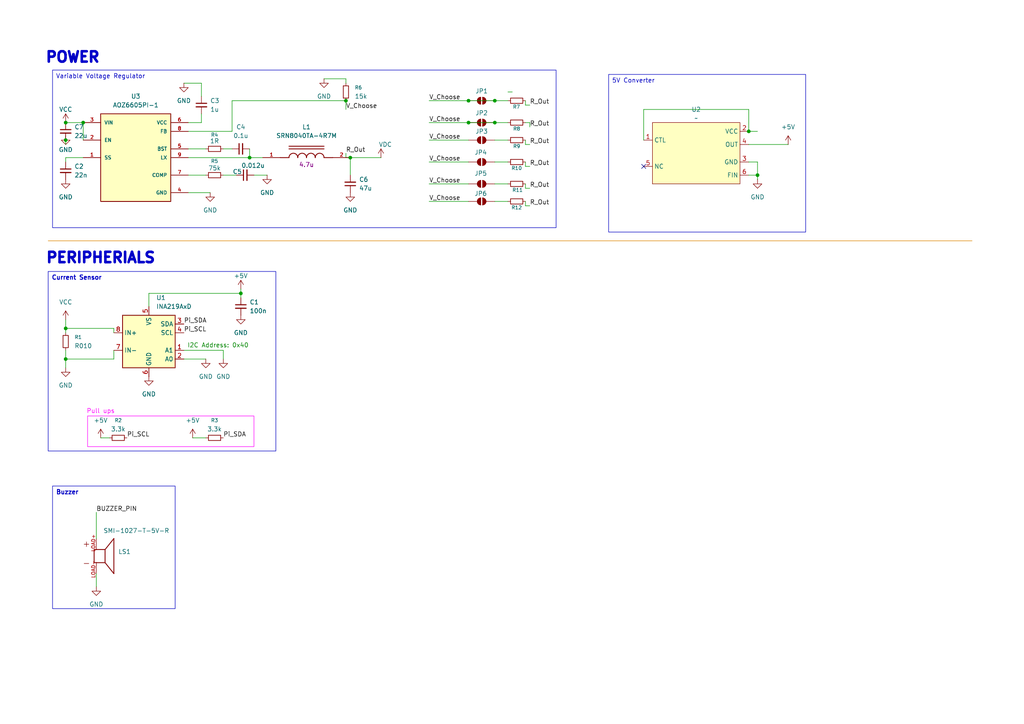
<source format=kicad_sch>
(kicad_sch (version 20250114) (generator "eeschema") (generator_version "9.0")
  (paper "A4")
  (title_block (title "Pi Hat") (date "2025-11-10") (rev "0.1.0") (comment 1 "Made by Harshil M, Seth O"))
  (lib_symbols
    (symbol "Device:C_Small" (pin_numbers (hide yes)) (pin_names (offset 0.254) (hide yes))
      (property "Reference" "C" (at 0.254 1.778 0))
      (property "Value" "C_Small" (at 0.254 -2.032 0))
      (symbol "C_Small_0_1"
        (polyline (pts (xy -1.524 0.508) (xy 1.524 0.508)) (stroke (width 0.3048)))
        (polyline (pts (xy -1.524 -0.508) (xy 1.524 -0.508)) (stroke (width 0.3302)))
      )
      (symbol "C_Small_1_1"
        (pin passive line (at 0 2.54 270) (length 2.032) (name "~") (number "1"))
        (pin passive line (at 0 -2.54 90) (length 2.032) (name "~") (number "2"))
      )
    )
    (symbol "Device:R_Small" (pin_numbers (hide yes)) (pin_names (offset 0.254) (hide yes))
      (property "Reference" "R" (at 0 0 90))
      (property "Value" "R_Small" (at 1.778 0 90))
      (symbol "R_Small_0_1"
        (rectangle (start -0.762 1.778) (end 0.762 -1.778) (stroke (width 0.2032)))
      )
      (symbol "R_Small_1_1"
        (pin passive line (at 0 2.54 270) (length 0.762) (name "~") (number "1"))
        (pin passive line (at 0 -2.54 90) (length 0.762) (name "~") (number "2"))
      )
    )
    (symbol "Jumper:SolderJumper_2_Open" (pin_numbers (hide yes)) (pin_names (offset 0) (hide yes)) (in_bom no)
      (property "Reference" "JP" (at 0 2.032 0))
      (property "Value" "SolderJumper_2_Open" (at 0 -2.54 0))
      (symbol "SolderJumper_2_Open_0_1"
        (polyline (pts (xy -0.254 1.016) (xy -0.254 -1.016)))
        (arc (start -0.254 -1.016) (mid -1.2656 0) (end -0.254 1.016))
        (arc (start -0.254 -1.016) (mid -1.2656 0) (end -0.254 1.016) (fill (type outline)))
        (arc (start 0.254 1.016) (mid 1.2656 0) (end 0.254 -1.016))
        (arc (start 0.254 1.016) (mid 1.2656 0) (end 0.254 -1.016) (fill (type outline)))
        (polyline (pts (xy 0.254 1.016) (xy 0.254 -1.016)))
      )
      (symbol "SolderJumper_2_Open_1_1"
        (pin passive line (at -3.81 0 0) (length 2.54) (name "A") (number "1"))
        (pin passive line (at 3.81 0 180) (length 2.54) (name "B") (number "2"))
      )
    )
    (symbol "PiHatComponents:AOZ6605PI-1" (pin_names (offset 1.016))
      (property "Reference" "U" (at -10.16 13.335 0))
      (property "Value" "AOZ6605PI-1" (at -10.16 -15.24 0))
      (symbol "AOZ6605PI-1_0_0"
        (rectangle (start -10.16 -12.7) (end 10.16 12.7) (stroke (width 0.254)) (fill (type background)))
        (pin input line (at -15.24 10.16 0) (length 5.08) (name "VIN") (number "3"))
        (pin input line (at -15.24 5.08 0) (length 5.08) (name "EN") (number "2"))
        (pin input line (at -15.24 0 0) (length 5.08) (name "SS") (number "1"))
        (pin output line (at 15.24 10.16 180) (length 5.08) (name "VCC") (number "6"))
        (pin input line (at 15.24 7.62 180) (length 5.08) (name "FB") (number "8"))
        (pin passive line (at 15.24 2.54 180) (length 5.08) (name "BST") (number "5"))
        (pin passive line (at 15.24 0 180) (length 5.08) (name "LX") (number "9"))
        (pin output line (at 15.24 -5.08 180) (length 5.08) (name "COMP") (number "7"))
        (pin power_in line (at 15.24 -10.16 180) (length 5.08) (name "GND") (number "4"))
      )
    )
    (symbol "PiHatComponents:BA50DD0WHFP-TR-HRP-5"
      (property "Reference" "U2" (at 0 12.7 0))
      (property "Value" "~" (at 0 10.16 0))
      (symbol "BA50DD0WHFP-TR-HRP-5_1_1"
        (rectangle (start -12.7 8.89) (end 12.7 -8.89) (fill (type background)))
        (pin input line (at -15.24 3.81 0) (length 2.54) (name "CTL") (number "1"))
        (pin input line (at -15.24 -3.81 0) (length 2.54) (name "NC") (number "5"))
        (pin input line (at 15.24 6.35 180) (length 2.54) (name "VCC") (number "2"))
        (pin input line (at 15.24 2.54 180) (length 2.54) (name "OUT") (number "4"))
        (pin input line (at 15.24 -2.54 180) (length 2.54) (name "GND") (number "3"))
        (pin input line (at 15.24 -6.35 180) (length 2.54) (name "FIN") (number "6"))
      )
    )
    (symbol "PiHatComponents:SMI-1027-T-5V-R" (pin_names (offset 1.016))
      (property "Reference" "LS" (at -1.27 6.35 0))
      (property "Value" "SMI-1027-T-5V-R" (at 0.762 -8.89 0))
      (symbol "SMI-1027-T-5V-R_0_0"
        (polyline (pts (xy -3.175 1.905) (xy -3.175 -1.905)) (stroke (width 0.254)))
        (polyline (pts (xy -3.175 1.905) (xy -2.54 1.905)) (stroke (width 0.254)))
        (polyline (pts (xy -3.175 -1.905) (xy -2.54 -1.905)) (stroke (width 0.254)))
        (polyline (pts (xy -2.54 2.54) (xy -2.54 1.905)) (stroke (width 0.1524)))
        (polyline (pts (xy -2.54 1.905) (xy 0 1.905)) (stroke (width 0.254)))
        (polyline (pts (xy -2.54 -1.905) (xy 0 -1.905)) (stroke (width 0.254)))
        (polyline (pts (xy -2.54 -2.54) (xy -2.54 -1.905)) (stroke (width 0.1524)))
        (polyline (pts (xy 0 1.905) (xy 2.54 5.08)) (stroke (width 0.254)))
        (polyline (pts (xy 0 -1.905) (xy 0 1.905)) (stroke (width 0.254)))
        (polyline (pts (xy 0 -1.905) (xy 2.54 -5.08)) (stroke (width 0.254)))
        (polyline (pts (xy 2.54 -5.08) (xy 2.54 5.08)) (stroke (width 0.254)))
        (text "+" (at -6.604 2.54 0) (effects (font (size 1.778 1.778)) (justify left bottom)))
        (text "-" (at -6.604 -3.048 0) (effects (font (size 1.778 1.778)) (justify left bottom)))
        (pin passive line (at -2.54 5.08 270) (length 2.54) (name "~") (number "LOAD+"))
        (pin passive line (at -2.54 -5.08 90) (length 2.54) (name "~") (number "LOAD-"))
      )
    )
    (symbol "PiHatComponents:SRN8040TA-4R7M" (pin_names (offset 1.016))
      (property "Reference" "L" (at -5.08 5.08 0))
      (property "Value" "SRN8040TA-4R7M" (at -5.08 -2.54 0))
      (symbol "SRN8040TA-4R7M_0_0"
        (polyline (pts (xy -5.08 3.302) (xy 5.08 3.302)) (stroke (width 0.254)))
        (polyline (pts (xy -5.08 2.54) (xy 5.08 2.54)) (stroke (width 0.254)))
        (polyline (pts (xy -5.08 0) (xy -7.62 0)) (stroke (width 0.254)))
        (arc (start -5.08 0) (mid -3.81 1.2645) (end -2.54 0) (stroke (width 0.254)))
        (arc (start -2.54 0) (mid -1.27 1.2645) (end 0 0) (stroke (width 0.254)))
        (arc (start 0 0) (mid 1.27 1.2645) (end 2.54 0) (stroke (width 0.254)))
        (arc (start 2.54 0) (mid 3.81 1.2645) (end 5.08 0) (stroke (width 0.254)))
        (polyline (pts (xy 5.08 0) (xy 7.62 0)) (stroke (width 0.254)))
        (pin passive line (at -12.7 0 0) (length 5.08) (name "~") (number "1"))
        (pin passive line (at 12.7 0 180) (length 5.08) (name "~") (number "2"))
      )
    )
    (symbol "Sensor_Energy:INA219AxD"
      (property "Reference" "U" (at -6.35 8.89 0))
      (property "Value" "INA219AxD" (at 5.08 8.89 0))
      (symbol "INA219AxD_0_1"
        (rectangle (start -7.62 7.62) (end 7.62 -7.62) (stroke (width 0.254)) (fill (type background)))
      )
      (symbol "INA219AxD_1_1"
        (pin input line (at -10.16 2.54 0) (length 2.54) (name "IN+") (number "8"))
        (pin input line (at -10.16 -2.54 0) (length 2.54) (name "IN-") (number "7"))
        (pin power_in line (at 0 10.16 270) (length 2.54) (name "VS") (number "5"))
        (pin power_in line (at 0 -10.16 90) (length 2.54) (name "GND") (number "6"))
        (pin bidirectional line (at 10.16 5.08 180) (length 2.54) (name "SDA") (number "3"))
        (pin input line (at 10.16 2.54 180) (length 2.54) (name "SCL") (number "4"))
        (pin input line (at 10.16 -2.54 180) (length 2.54) (name "A1") (number "1"))
        (pin input line (at 10.16 -5.08 180) (length 2.54) (name "A0") (number "2"))
      )
    )
    (symbol "power:+5V" (power) (pin_numbers (hide yes)) (pin_names (offset 0) (hide yes))
      (property "Value" "+5V" (at 0 3.556 0))
      (symbol "+5V_0_1"
        (polyline (pts (xy -0.762 1.27) (xy 0 2.54)))
        (polyline (pts (xy 0 2.54) (xy 0.762 1.27)))
        (polyline (pts (xy 0 0) (xy 0 2.54)))
      )
      (symbol "+5V_1_1"
        (pin power_in line (at 0 0 90) (length 0) (name "~") (number "1"))
      )
    )
    (symbol "power:GND" (power) (pin_numbers (hide yes)) (pin_names (offset 0) (hide yes))
      (property "Value" "GND" (at 0 -3.81 0))
      (symbol "GND_0_1"
        (polyline (pts (xy 0 0) (xy 0 -1.27) (xy 1.27 -1.27) (xy 0 -2.54) (xy -1.27 -1.27) (xy 0 -1.27)))
      )
      (symbol "GND_1_1"
        (pin power_in line (at 0 0 270) (length 0) (name "~") (number "1"))
      )
    )
    (symbol "power:VCC" (power) (pin_numbers (hide yes)) (pin_names (offset 0) (hide yes))
      (property "Value" "VCC" (at 0 3.556 0))
      (symbol "VCC_0_1"
        (polyline (pts (xy -0.762 1.27) (xy 0 2.54)))
        (polyline (pts (xy 0 2.54) (xy 0.762 1.27)))
        (polyline (pts (xy 0 0) (xy 0 2.54)))
      )
      (symbol "VCC_1_1"
        (pin power_in line (at 0 0 90) (length 0) (name "~") (number "1"))
      )
    )
    (symbol "power:VDC" (power) (pin_numbers (hide yes)) (pin_names (offset 0) (hide yes))
      (property "Value" "VDC" (at 0 3.556 0))
      (symbol "VDC_0_1"
        (polyline (pts (xy -0.762 1.27) (xy 0 2.54)))
        (polyline (pts (xy 0 2.54) (xy 0.762 1.27)))
        (polyline (pts (xy 0 0) (xy 0 2.54)))
      )
      (symbol "VDC_1_1"
        (pin power_in line (at 0 0 90) (length 0) (name "~") (number "1"))
      )
    )
  )
  (rectangle (start 25.4 120.65) (end 73.66 129.54) (stroke (width 0) (color 255 0 255 1)))
  (text "PERIPHERIALS" (at 29.21 74.93 0) (effects (font (size 3 3) (thickness 0.8) (bold yes))))
  (text "POWER" (at 21.082 16.764 0) (effects (font (size 3 3) (thickness 0.8) (bold yes))))
  (text "I2C Address: 0x40" (at 63.246 100.33 0) (effects (font (size 1.27 1.27))))
  (text "Pull ups" (at 29.21 119.38 0) (effects (font (size 1.27 1.27))))
  (text_box "5V Converter" (at 176.53 21.59 0) (size 57.15 45.72) (margins 0.9525 0.9525 0.9525 0.9525) (effects (font (size 1.27 1.27)) (justify left top)))
  (text_box "Current Sensor" (at 13.97 78.74 0) (size 66.04 52.07) (margins 0.9525 0.9525 0.9525 0.9525) (effects (font (size 1.27 1.27) (thickness 0.254) (bold yes)) (justify left top)))
  (text_box "Buzzer" (at 15.24 140.97 0) (size 35.56 35.56) (margins 0.9525 0.9525 0.9525 0.9525) (effects (font (size 1.27 1.27) (thickness 0.254) (bold yes)) (justify left top)))
  (text_box "Variable Voltage Regulator" (at 15.24 20.32 0) (size 146.05 45.72) (margins 0.9525 0.9525 0.9525 0.9525) (effects (font (size 1.27 1.27) (thickness 0.1588)) (justify left top)))
  (junction (at 19.05 95.25))
  (junction (at 143.51 35.56))
  (junction (at 135.89 35.56))
  (junction (at 100.33 29.21))
  (junction (at 19.05 40.64))
  (junction (at 19.05 35.56))
  (junction (at 217.17 38.1))
  (junction (at 219.71 50.8))
  (junction (at 69.85 85.09))
  (junction (at 143.51 29.21))
  (junction (at 19.05 104.14))
  (junction (at 135.89 29.21))
  (junction (at 24.13 35.56))
  (junction (at 101.6 45.72))
  (junction (at 72.39 45.72))
  (no_connect (at 186.69 48.26))
  (wire (pts (xy 124.46 35.56) (xy 135.89 35.56)))
  (wire (pts (xy 153.67 41.91) (xy 152.4 41.91)))
  (wire (pts (xy 67.31 38.1) (xy 67.31 29.21)))
  (wire (pts (xy 153.67 54.61) (xy 152.4 54.61)))
  (wire (pts (xy 24.13 45.72) (xy 19.05 45.72)))
  (wire (pts (xy 27.94 170.18) (xy 27.94 166.37)))
  (wire (pts (xy 19.05 35.56) (xy 24.13 35.56)))
  (wire (pts (xy 69.85 83.82) (xy 69.85 85.09)))
  (wire (pts (xy 101.6 45.72) (xy 101.6 50.8)))
  (wire (pts (xy 19.05 104.14) (xy 19.05 101.6)))
  (wire (pts (xy 186.69 40.64) (xy 186.69 31.75)))
  (wire (pts (xy 143.51 35.56) (xy 147.32 35.56)))
  (wire (pts (xy 124.46 46.99) (xy 135.89 46.99)))
  (wire (pts (xy 147.32 53.34) (xy 143.51 53.34)))
  (wire (pts (xy 19.05 45.72) (xy 19.05 46.99)))
  (wire (pts (xy 19.05 95.25) (xy 19.05 96.52)))
  (wire (pts (xy 186.69 31.75) (xy 217.17 31.75)))
  (wire (pts (xy 64.77 104.14) (xy 64.77 101.6)))
  (wire (pts (xy 153.67 30.48) (xy 152.4 30.48)))
  (wire (pts (xy 152.4 48.26) (xy 152.4 46.99)))
  (wire (pts (xy 147.32 46.99) (xy 143.51 46.99)))
  (wire (pts (xy 67.31 29.21) (xy 100.33 29.21)))
  (wire (pts (xy 124.46 58.42) (xy 135.89 58.42)))
  (polyline (pts (xy 13.97 69.85) (xy 281.94 69.85)) (stroke (width 0) (type solid) (color 221 133 0 1)))
  (wire (pts (xy 135.89 35.56) (xy 143.51 35.56)))
  (wire (pts (xy 54.61 55.88) (xy 60.96 55.88)))
  (wire (pts (xy 54.61 50.8) (xy 59.69 50.8)))
  (wire (pts (xy 54.61 43.18) (xy 59.69 43.18)))
  (wire (pts (xy 100.33 24.13) (xy 100.33 22.86)))
  (wire (pts (xy 147.32 26.67) (xy 148.59 26.67)))
  (wire (pts (xy 143.51 29.21) (xy 147.32 29.21)))
  (wire (pts (xy 19.05 41.91) (xy 19.05 40.64)))
  (wire (pts (xy 53.34 104.14) (xy 59.69 104.14)))
  (wire (pts (xy 64.77 43.18) (xy 67.31 43.18)))
  (wire (pts (xy 19.05 95.25) (xy 33.02 95.25)))
  (wire (pts (xy 100.33 29.21) (xy 100.33 31.75)))
  (wire (pts (xy 73.66 50.8) (xy 77.47 50.8)))
  (wire (pts (xy 19.05 92.71) (xy 19.05 95.25)))
  (wire (pts (xy 124.46 53.34) (xy 135.89 53.34)))
  (wire (pts (xy 101.6 45.72) (xy 110.49 45.72)))
  (wire (pts (xy 217.17 41.91) (xy 228.6 41.91)))
  (wire (pts (xy 152.4 59.69) (xy 152.4 58.42)))
  (wire (pts (xy 55.88 127) (xy 59.69 127)))
  (wire (pts (xy 19.05 39.37) (xy 19.05 40.64)))
  (wire (pts (xy 58.42 35.56) (xy 58.42 33.02)))
  (wire (pts (xy 100.33 45.72) (xy 101.6 45.72)))
  (wire (pts (xy 58.42 27.94) (xy 58.42 24.13)))
  (wire (pts (xy 19.05 104.14) (xy 33.02 104.14)))
  (wire (pts (xy 147.32 40.64) (xy 143.51 40.64)))
  (wire (pts (xy 27.94 148.59) (xy 27.94 156.21)))
  (wire (pts (xy 100.33 44.45) (xy 100.33 45.72)))
  (wire (pts (xy 54.61 35.56) (xy 58.42 35.56)))
  (wire (pts (xy 153.67 35.56) (xy 152.4 35.56)))
  (wire (pts (xy 64.77 50.8) (xy 68.58 50.8)))
  (wire (pts (xy 54.61 38.1) (xy 67.31 38.1)))
  (wire (pts (xy 29.21 127) (xy 31.75 127)))
  (wire (pts (xy 152.4 41.91) (xy 152.4 40.64)))
  (wire (pts (xy 43.18 85.09) (xy 43.18 88.9)))
  (wire (pts (xy 72.39 43.18) (xy 72.39 45.72)))
  (wire (pts (xy 33.02 95.25) (xy 33.02 96.52)))
  (wire (pts (xy 153.67 36.83) (xy 153.67 35.56)))
  (wire (pts (xy 93.98 22.86) (xy 100.33 22.86)))
  (wire (pts (xy 19.05 106.68) (xy 19.05 104.14)))
  (wire (pts (xy 58.42 24.13) (xy 53.34 24.13)))
  (wire (pts (xy 124.46 29.21) (xy 135.89 29.21)))
  (wire (pts (xy 24.13 35.56) (xy 24.13 40.64)))
  (wire (pts (xy 217.17 50.8) (xy 219.71 50.8)))
  (wire (pts (xy 152.4 30.48) (xy 152.4 29.21)))
  (wire (pts (xy 217.17 46.99) (xy 219.71 46.99)))
  (wire (pts (xy 153.67 59.69) (xy 152.4 59.69)))
  (wire (pts (xy 124.46 40.64) (xy 135.89 40.64)))
  (wire (pts (xy 219.71 50.8) (xy 219.71 52.07)))
  (wire (pts (xy 54.61 45.72) (xy 72.39 45.72)))
  (wire (pts (xy 147.32 58.42) (xy 143.51 58.42)))
  (wire (pts (xy 217.17 38.1) (xy 219.71 38.1)))
  (wire (pts (xy 53.34 101.6) (xy 64.77 101.6)))
  (wire (pts (xy 33.02 104.14) (xy 33.02 101.6)))
  (wire (pts (xy 43.18 85.09) (xy 69.85 85.09)))
  (wire (pts (xy 219.71 46.99) (xy 219.71 50.8)))
  (wire (pts (xy 72.39 45.72) (xy 76.2 45.72)))
  (wire (pts (xy 152.4 54.61) (xy 152.4 53.34)))
  (wire (pts (xy 69.85 85.09) (xy 69.85 86.36)))
  (wire (pts (xy 217.17 31.75) (xy 217.17 38.1)))
  (wire (pts (xy 135.89 29.21) (xy 143.51 29.21)))
  (wire (pts (xy 153.67 48.26) (xy 152.4 48.26)))
  (label "R_Out" (at 153.67 36.83 0))
  (label "V_Choose" (at 124.46 40.64 0))
  (label "V_Choose" (at 124.46 46.99 0))
  (label "R_Out" (at 153.67 48.26 0))
  (label "V_Choose" (at 124.46 53.34 0))
  (label "V_Choose" (at 124.46 58.42 0))
  (label "Pi_SDA" (at 64.77 127 0))
  (label "Pi_SCL" (at 53.34 96.52 0))
  (label "Pi_SCL" (at 36.83 127 0))
  (label "R_Out" (at 153.67 30.48 0))
  (label "Pi_SDA" (at 53.34 93.98 0))
  (label "V_Choose" (at 124.46 35.56 0))
  (label "V_Choose" (at 100.33 31.75 0))
  (label "R_Out" (at 153.67 54.61 0))
  (label "R_Out" (at 153.67 59.69 0))
  (label "R_Out" (at 153.67 41.91 0))
  (label "R_Out" (at 100.33 44.45 0))
  (label "BUZZER_PIN" (at 27.94 148.59 0))
  (label "V_Choose" (at 124.46 29.21 0))
  (symbol (lib_id "power:GND") (at 19.05 52.07 0) (unit 1)
    (property "Reference" "#PWR011" (effects (hide yes)))
    (property "Value" "GND" (at 19.05 57.15 0))
    (property "Description" "Power symbol creates a global label with name \"GND\" , ground" (effects (hide yes)))
  )
  (symbol (lib_id "Jumper:SolderJumper_2_Open") (at 139.7 58.42 0) (unit 1) (in_bom no)
    (property "Reference" "JP6" (at 139.446 56.134 0))
    (property "Value" "SolderJumper_2_Open" (effects (hide yes)))
    (property "Footprint" "Jumper:SolderJumper-2_P1.3mm_Open_RoundedPad1.0x1.5mm" (effects (hide yes)))
    (property "Description" "Solder Jumper, 2-pole, open" (effects (hide yes)))
  )
  (symbol (lib_id "power:VDC") (at 110.49 45.72 0) (unit 1)
    (property "Reference" "#PWR019" (effects (hide yes)))
    (property "Value" "VDC" (at 111.76 41.91 0))
    (property "Description" "Power symbol creates a global label with name \"VDC\"" (effects (hide yes)))
  )
  (symbol (lib_id "power:GND") (at 27.94 170.18 0) (unit 1)
    (property "Reference" "#PWR04" (effects (hide yes)))
    (property "Value" "GND" (at 27.94 175.26 0))
    (property "Description" "Power symbol creates a global label with name \"GND\" , ground" (effects (hide yes)))
  )
  (symbol (lib_id "power:GND") (at 64.77 104.14 0) (unit 1)
    (property "Reference" "#PWR08" (effects (hide yes)))
    (property "Value" "GND" (at 64.77 109.22 0))
    (property "Description" "Power symbol creates a global label with name \"GND\" , ground" (effects (hide yes)))
  )
  (symbol (lib_id "PiHatComponents:BA50DD0WHFP-TR-HRP-5") (at 201.93 44.45 0) (unit 1)
    (property "Reference" "U2" (at 201.93 31.75 0))
    (property "Value" "~" (at 201.93 34.29 0))
    (property "Footprint" "pcb_hat:DPAK172P1054X200-6N" (effects (hide yes)))
  )
  (symbol (lib_id "power:GND") (at 60.96 55.88 0) (unit 1)
    (property "Reference" "#PWR014" (effects (hide yes)))
    (property "Value" "GND" (at 60.96 60.96 0))
    (property "Description" "Power symbol creates a global label with name \"GND\" , ground" (effects (hide yes)))
  )
  (symbol (lib_id "Device:C_Small") (at 69.85 43.18 90) (unit 1)
    (property "Reference" "C4" (at 69.8563 36.83 90))
    (property "Value" "0.1u" (at 69.8563 39.37 90))
    (property "Footprint" "Capacitor_SMD:C_0603_1608Metric" (effects (hide yes)))
    (property "Datasheet" "https://mm.digikey.com/Volume0/opasdata/d220001/medias/docus/6482/3372_0603B104K101XD.pdf" (effects (hide yes)))
    (property "Description" "Unpolarized capacitor, small symbol" (effects (hide yes)))
    (property "Digikey" "https://www.digikey.com/en/products/detail/nextgen-components/0603B104K101XD/22601958" (effects (hide yes)))
  )
  (symbol (lib_id "Jumper:SolderJumper_2_Open") (at 139.7 35.56 0) (unit 1) (in_bom no)
    (property "Reference" "JP2" (at 139.7 32.766 0))
    (property "Value" "SolderJumper_2_Open" (effects (hide yes)))
    (property "Footprint" "Jumper:SolderJumper-2_P1.3mm_Open_RoundedPad1.0x1.5mm" (effects (hide yes)))
    (property "Description" "Solder Jumper, 2-pole, open" (effects (hide yes)))
  )
  (symbol (lib_id "Device:C_Small") (at 19.05 38.1 0) (unit 1)
    (property "Reference" "C7" (at 21.59 36.8362 0) (effects (justify left)))
    (property "Value" "22u" (at 21.59 39.3762 0) (effects (justify left)))
    (property "Footprint" "Capacitor_SMD:C_0603_1608Metric" (effects (hide yes)))
    (property "Description" "Unpolarized capacitor, small symbol" (effects (hide yes)))
  )
  (symbol (lib_id "Device:R_Small") (at 149.86 35.56 90) (unit 1)
    (property "Reference" "R8" (at 149.86 37.338 90) (effects (font (size 1.016 1.016))))
    (property "Value" "235k" (effects (hide yes)))
    (property "Footprint" "Resistor_SMD:R_0603_1608Metric_Pad0.98x0.95mm_HandSolder" (effects (hide yes)))
    (property "Description" "Resistor, small symbol" (effects (hide yes)))
  )
  (symbol (lib_id "power:+5V") (at 228.6 41.91 0) (unit 1)
    (property "Reference" "#PWR015" (effects (hide yes)))
    (property "Value" "+5V" (at 228.6 36.83 0))
    (property "Description" "Power symbol creates a global label with name \"+5V\"" (effects (hide yes)))
  )
  (symbol (lib_id "power:GND") (at 101.6 55.88 0) (unit 1)
    (property "Reference" "#PWR018" (effects (hide yes)))
    (property "Value" "GND" (at 101.6 60.96 0))
    (property "Description" "Power symbol creates a global label with name \"GND\" , ground" (effects (hide yes)))
  )
  (symbol (lib_id "Device:R_Small") (at 149.86 53.34 90) (unit 1)
    (property "Reference" "R11" (at 150.114 55.118 90) (effects (font (size 1.016 1.016))))
    (property "Value" "310k" (effects (hide yes)))
    (property "Footprint" "Resistor_SMD:R_0603_1608Metric_Pad0.98x0.95mm_HandSolder" (effects (hide yes)))
    (property "Description" "Resistor, small symbol" (effects (hide yes)))
  )
  (symbol (lib_id "power:+5V") (at 69.85 83.82 0) (unit 1)
    (property "Reference" "#PWR09" (effects (hide yes)))
    (property "Value" "+5V" (at 69.85 80.01 0))
    (property "Description" "Power symbol creates a global label with name \"+5V\"" (effects (hide yes)))
  )
  (symbol (lib_id "PiHatComponents:AOZ6605PI-1") (at 39.37 45.72 0) (unit 1)
    (property "Reference" "U3" (at 39.37 27.94 0))
    (property "Value" "AOZ6605PI-1" (at 39.37 30.48 0))
    (property "Footprint" "pcb_hat:SOIC127P600X170-9N" (effects (hide yes)))
    (property "Datasheet" "https://www.aosmd.com/res/datasheets/AOZ6605PI-1.pdf" (effects (hide yes)))
    (property "Description" "Variable Voltage Regulator (18V to 0.8V, 5A)" (effects (hide yes)))
    (property "MF" "Alpha & Omega Semiconductor Inc." (effects (hide yes)))
    (property "MAXIMUM_PACKAGE_HEIGHT" "1.7mm" (effects (hide yes)))
    (property "Package" "SOIC-8 Alpha &amp; Omega Semiconductor Inc." (effects (hide yes)))
    (property "Price" "None" (effects (hide yes)))
    (property "Check_prices" "https://www.snapeda.com/parts/AOZ6605PI-1/Alpha/view-part/?ref=eda" (effects (hide yes)))
    (property "STANDARD" "IPC 7351B" (effects (hide yes)))
    (property "PARTREV" "1.1" (effects (hide yes)))
    (property "MP" "AOZ6605PI-1" (effects (hide yes)))
    (property "Description_1" "Buck Switching Regulator IC Positive Adjustable 0.8V 1 Output 5A 8-SOIC (0.154, 3.90mm Width) Exposed Pad" (effects (hide yes)))
    (property "Availability" "In Stock" (effects (hide yes)))
    (property "MANUFACTURER" "Alpha and Omega Semiconductor" (effects (hide yes)))
  )
  (symbol (lib_id "power:VCC") (at 19.05 35.56 0) (unit 1)
    (property "Reference" "#PWR020" (effects (hide yes)))
    (property "Value" "VCC" (at 19.05 31.75 0))
    (property "Description" "Power symbol creates a global label with name \"VCC\"" (effects (hide yes)))
  )
  (symbol (lib_id "Device:C_Small") (at 58.42 30.48 0) (unit 1)
    (property "Reference" "C3" (at 60.96 29.2162 0) (effects (justify left)))
    (property "Value" "1u" (at 60.96 31.7562 0) (effects (justify left)))
    (property "Footprint" "Capacitor_SMD:C_0603_1608Metric_Pad1.08x0.95mm_HandSolder" (effects (hide yes)))
    (property "Datasheet" "https://mm.digikey.com/Volume0/opasdata/d220001/medias/docus/6482/3372_0603B105K100XD.pdf" (effects (hide yes)))
    (property "Description" "Unpolarized capacitor, small symbol" (effects (hide yes)))
    (property "Digikey" "https://www.digikey.com/en/products/detail/nextgen-components/0603B105K100XD/18677009" (effects (hide yes)))
  )
  (symbol (lib_id "Jumper:SolderJumper_2_Open") (at 139.7 29.21 0) (unit 1) (in_bom no)
    (property "Reference" "JP1" (at 139.7 26.416 0))
    (property "Value" "SolderJumper_2_Open" (effects (hide yes)))
    (property "Footprint" "Jumper:SolderJumper-2_P1.3mm_Open_RoundedPad1.0x1.5mm" (effects (hide yes)))
    (property "Description" "Solder Jumper, 2-pole, open" (effects (hide yes)))
  )
  (symbol (lib_id "Device:R_Small") (at 19.05 99.06 0) (unit 1)
    (property "Reference" "R1" (at 21.59 97.7899 0) (effects (font (size 1.016 1.016)) (justify left)))
    (property "Value" "R010" (at 21.59 100.3299 0) (effects (justify left)))
    (property "Footprint" "Resistor_SMD:R_0603_1608Metric" (effects (hide yes)))
    (property "Datasheet" "https://www.susumu.co.jp/common/pdf/n_catalog_partition08_en.pdf" (effects (hide yes)))
    (property "Description" "Shunt resistor" (effects (hide yes)))
    (property "Digikey" "https://www.digikey.com/en/products/detail/susumu/RL0816T-R010-F/2734741" (effects (hide yes)))
  )
  (symbol (lib_id "Device:C_Small") (at 101.6 53.34 180) (unit 1)
    (property "Reference" "C6" (at 104.14 52.0635 0) (effects (justify right)))
    (property "Value" "47u" (at 104.14 54.6035 0) (effects (justify right)))
    (property "Footprint" "Capacitor_SMD:C_1206_3216Metric_Pad1.33x1.80mm_HandSolder" (effects (hide yes)))
    (property "Datasheet" "https://product.tdk.com/system/files/dam/doc/product/capacitor/ceramic/mlcc/catalog/mlcc_commercial_general_en.pdf" (effects (hide yes)))
    (property "Description" "Unpolarized capacitor, small symbol" (effects (hide yes)))
    (property "Digikey" "https://www.digikey.com/en/products/detail/tdk-corporation/C3216X5R1E476M160AC/2792260" (effects (hide yes)))
  )
  (symbol (lib_id "PiHatComponents:SMI-1027-T-5V-R") (at 30.48 161.29 0) (unit 1)
    (property "Reference" "LS1" (at 34.29 160.0199 0) (effects (justify left)))
    (property "Value" "SMI-1027-T-5V-R" (at 29.972 153.924 0) (effects (justify left)))
    (property "Footprint" "pcb_hat:XDCR_SMI-1027-T-5V-R" (effects (hide yes)))
    (property "Datasheet" "https://docs.google.com/gview?url=https://api.puiaudio.com/filename/SMI-1027-T-5V-R.pdf&embedded=true" (effects (hide yes)))
    (property "PARTREV" "03/26/2020" (effects (hide yes)))
    (property "MAXIMUM_PACKAGE_HEIGHT" "5.20 mm" (effects (hide yes)))
    (property "MANUFACTURER" "Pui Audio" (effects (hide yes)))
  )
  (symbol (lib_id "power:+5V") (at 55.88 127 0) (unit 1)
    (property "Reference" "#PWR06" (effects (hide yes)))
    (property "Value" "+5V" (at 55.88 121.92 0))
    (property "Description" "Power symbol creates a global label with name \"+5V\"" (effects (hide yes)))
  )
  (symbol (lib_id "Device:R_Small") (at 62.23 127 90) (unit 1)
    (property "Reference" "R3" (at 62.23 121.92 90) (effects (font (size 1.016 1.016))))
    (property "Value" "3.3k" (at 62.23 124.46 90))
    (property "Footprint" "Resistor_SMD:R_0603_1608Metric" (effects (hide yes)))
    (property "Datasheet" "https://www.seielect.com/catalog/SEI-RMCF_RMCP.pdf" (effects (hide yes)))
    (property "Description" "Resistor, small symbol" (effects (hide yes)))
    (property "Digikey" "https://www.digikey.com/en/products/detail/stackpole-electronics-inc/RMCF0603FT3K30/1761032" (effects (hide yes)))
  )
  (symbol (lib_id "power:GND") (at 59.69 104.14 0) (unit 1)
    (property "Reference" "#PWR07" (effects (hide yes)))
    (property "Value" "GND" (at 59.69 109.22 0))
    (property "Description" "Power symbol creates a global label with name \"GND\" , ground" (effects (hide yes)))
  )
  (symbol (lib_id "power:GND") (at 53.34 24.13 0) (unit 1)
    (property "Reference" "#PWR012" (effects (hide yes)))
    (property "Value" "GND" (at 53.34 29.21 0))
    (property "Description" "Power symbol creates a global label with name \"GND\" , ground" (effects (hide yes)))
  )
  (symbol (lib_id "Device:R_Small") (at 149.86 40.64 90) (unit 1)
    (property "Reference" "R9" (at 149.86 42.418 90) (effects (font (size 1.016 1.016))))
    (property "Value" "260k" (effects (hide yes)))
    (property "Footprint" "Resistor_SMD:R_0603_1608Metric_Pad0.98x0.95mm_HandSolder" (effects (hide yes)))
    (property "Description" "Resistor, small symbol" (effects (hide yes)))
  )
  (symbol (lib_id "Device:R_Small") (at 149.86 46.99 90) (unit 1)
    (property "Reference" "R10" (at 149.86 48.768 90) (effects (font (size 1.016 1.016))))
    (property "Value" "285k" (effects (hide yes)))
    (property "Footprint" "Resistor_SMD:R_0603_1608Metric_Pad0.98x0.95mm_HandSolder" (effects (hide yes)))
    (property "Description" "Resistor, small symbol" (effects (hide yes)))
  )
  (symbol (lib_id "Device:R_Small") (at 62.23 50.8 90) (unit 1)
    (property "Reference" "R5" (at 62.23 46.736 90) (effects (font (size 1.016 1.016))))
    (property "Value" "75k" (at 62.23 48.768 90))
    (property "Footprint" "Resistor_SMD:R_0603_1608Metric" (effects (hide yes)))
    (property "Datasheet" "https://fscdn.rohm.com/en/products/databook/datasheet/passive/resistor/chip_resistor/esr-e.pdf" (effects (hide yes)))
    (property "Description" "Resistor, small symbol" (effects (hide yes)))
    (property "Digikey" "https://www.digikey.com/en/products/detail/rohm-semiconductor/ESR03EZPJ753/4051290" (effects (hide yes)))
  )
  (symbol (lib_id "Device:C_Small") (at 19.05 49.53 0) (unit 1)
    (property "Reference" "C2" (at 21.59 48.2662 0) (effects (justify left)))
    (property "Value" "22n" (at 21.59 50.8062 0) (effects (justify left)))
    (property "Footprint" "Capacitor_SMD:C_0603_1608Metric_Pad1.08x0.95mm_HandSolder" (effects (hide yes)))
    (property "Datasheet" "https://mm.digikey.com/Volume0/opasdata/d220001/medias/docus/6490/3372_0603B223K500SD.pdf" (effects (hide yes)))
    (property "Description" "Unpolarized capacitor, small symbol" (effects (hide yes)))
    (property "Digikey" "https://www.digikey.com/en/products/detail/nextgen-components/0603B223K500SD/22601916" (effects (hide yes)))
  )
  (symbol (lib_id "Device:C_Small") (at 69.85 88.9 0) (unit 1)
    (property "Reference" "C1" (at 72.39 87.6362 0) (effects (justify left)))
    (property "Value" "100n" (at 72.39 90.1762 0) (effects (justify left)))
    (property "Footprint" "Capacitor_SMD:C_0603_1608Metric_Pad1.08x0.95mm_HandSolder" (effects (hide yes)))
    (property "Datasheet" "https://mm.digikey.com/Volume0/opasdata/d220001/medias/docus/6490/3372_0603B104K500XD.pdf" (effects (hide yes)))
    (property "Description" "Unpolarized capacitor, small symbol" (effects (hide yes)))
    (property "Digikey" "https://www.digikey.com/en/products/detail/nextgen-components/0603B104K500XD/15761336" (effects (hide yes)))
  )
  (symbol (lib_id "Device:R_Small") (at 34.29 127 90) (unit 1)
    (property "Reference" "R2" (at 34.29 121.92 90) (effects (font (size 1.016 1.016))))
    (property "Value" "3.3k" (at 34.29 124.46 90))
    (property "Footprint" "Resistor_SMD:R_0603_1608Metric" (effects (hide yes)))
    (property "Datasheet" "https://www.seielect.com/catalog/SEI-RMCF_RMCP.pdf" (effects (hide yes)))
    (property "Description" "Resistor, small symbol" (effects (hide yes)))
    (property "Digikey" "https://www.digikey.com/en/products/detail/stackpole-electronics-inc/RMCF0603FT3K30/1761032" (effects (hide yes)))
  )
  (symbol (lib_id "Jumper:SolderJumper_2_Open") (at 139.7 40.64 0) (unit 1) (in_bom no)
    (property "Reference" "JP3" (at 139.7 38.1 0))
    (property "Value" "SolderJumper_2_Open" (effects (hide yes)))
    (property "Footprint" "Jumper:SolderJumper-2_P1.3mm_Open_RoundedPad1.0x1.5mm" (effects (hide yes)))
    (property "Description" "Solder Jumper, 2-pole, open" (effects (hide yes)))
  )
  (symbol (lib_id "power:GND") (at 77.47 50.8 0) (unit 1)
    (property "Reference" "#PWR016" (effects (hide yes)))
    (property "Value" "GND" (at 77.47 55.88 0))
    (property "Description" "Power symbol creates a global label with name \"GND\" , ground" (effects (hide yes)))
  )
  (symbol (lib_id "power:GND") (at 19.05 39.37 0) (unit 1)
    (property "Reference" "#PWR021" (effects (hide yes)))
    (property "Value" "GND" (at 19.05 43.434 0))
    (property "Description" "Power symbol creates a global label with name \"GND\" , ground" (effects (hide yes)))
  )
  (symbol (lib_id "Device:C_Small") (at 71.12 50.8 90) (unit 1)
    (property "Reference" "C5" (at 68.834 49.784 90))
    (property "Value" "0.012u" (at 73.406 48.006 90))
    (property "Footprint" "Capacitor_SMD:C_0603_1608Metric_Pad1.08x0.95mm_HandSolder" (effects (hide yes)))
    (property "Datasheet" "https://www.yageogroup.com/content/datasheet/asset/file/UPY-GPHC_X7R_6_3V-TO-250V" (effects (hide yes)))
    (property "Description" "Unpolarized capacitor, small symbol" (effects (hide yes)))
    (property "Digikey" "https://www.digikey.com/en/products/detail/yageo/CC0603JRX7R8BB123/11490256" (effects (hide yes)))
  )
  (symbol (lib_id "power:GND") (at 43.18 109.22 0) (unit 1)
    (property "Reference" "#PWR05" (effects (hide yes)))
    (property "Value" "GND" (at 43.18 114.3 0))
    (property "Description" "Power symbol creates a global label with name \"GND\" , ground" (effects (hide yes)))
  )
  (symbol (lib_id "Device:R_Small") (at 62.23 43.18 90) (unit 1)
    (property "Reference" "R4" (at 62.23 39.116 90) (effects (font (size 1.016 1.016))))
    (property "Value" "1R" (at 62.23 40.894 90))
    (property "Footprint" "Resistor_SMD:R_0603_1608Metric" (effects (hide yes)))
    (property "Datasheet" "https://industrial.panasonic.com/cdbs/www-data/pdf/RDP0000/AOA0000C337.pdf" (effects (hide yes)))
    (property "Description" "Resistor, small symbol" (effects (hide yes)))
    (property "Digikey" "https://www.digikey.com/en/products/detail/panasonic-electronic-components/ERJ-UP3J1R0V/12092035" (effects (hide yes)))
  )
  (symbol (lib_id "power:GND") (at 219.71 52.07 0) (unit 1)
    (property "Reference" "#PWR013" (effects (hide yes)))
    (property "Value" "GND" (at 219.71 57.15 0))
    (property "Description" "Power symbol creates a global label with name \"GND\" , ground" (effects (hide yes)))
  )
  (symbol (lib_id "Device:R_Small") (at 149.86 58.42 90) (unit 1)
    (property "Reference" "R12" (at 149.86 60.198 90) (effects (font (size 1.016 1.016))))
    (property "Value" "335k" (effects (hide yes)))
    (property "Footprint" "Resistor_SMD:R_0603_1608Metric_Pad0.98x0.95mm_HandSolder" (effects (hide yes)))
    (property "Description" "Resistor, small symbol" (effects (hide yes)))
  )
  (symbol (lib_id "Device:R_Small") (at 100.33 26.67 0) (unit 1)
    (property "Reference" "R6" (at 102.87 25.3999 0) (effects (font (size 1.016 1.016)) (justify left)))
    (property "Value" "15k" (at 102.87 27.9399 0) (effects (justify left)))
    (property "Footprint" "Resistor_SMD:R_0603_1608Metric_Pad0.98x0.95mm_HandSolder" (effects (hide yes)))
    (property "Datasheet" "https://www.vishay.com/docs/20035/dcrcwe3.pdf" (effects (hide yes)))
    (property "Description" "Resistor, small symbol" (effects (hide yes)))
    (property "Digikey" "https://www.digikey.com/en/products/detail/vishay-dale/CRCW060315K0FKEA/1174800" (effects (hide yes)))
  )
  (symbol (lib_id "power:GND") (at 69.85 91.44 0) (unit 1)
    (property "Reference" "#PWR010" (effects (hide yes)))
    (property "Value" "GND" (at 69.85 96.52 0))
    (property "Description" "Power symbol creates a global label with name \"GND\" , ground" (effects (hide yes)))
  )
  (symbol (lib_id "PiHatComponents:SRN8040TA-4R7M") (at 88.9 45.72 0) (unit 1)
    (property "Reference" "L1" (at 88.9 36.83 0))
    (property "Value" "SRN8040TA-4R7M" (at 88.9 39.37 0))
    (property "Footprint" "pcb_hat:IND_SRN8040TA-4R7M" (effects (hide yes)))
    (property "STANDARD" "Manufacturer Recommendation" (effects (hide yes)))
    (property "MANUFACTURER" "Bourns" (effects (hide yes)))
    (property "Inductance" "4.7u" (at 88.9 47.752 0))
  )
  (symbol (lib_id "Device:R_Small") (at 149.86 29.21 90) (unit 1)
    (property "Reference" "R7" (at 150.876 30.988 90) (effects (font (size 1.016 1.016)) (justify left)))
    (property "Value" "210k" (effects (hide yes)))
    (property "Footprint" "Resistor_SMD:R_0201_0603Metric_Pad0.64x0.40mm_HandSolder" (effects (hide yes)))
    (property "Description" "Resistor, small symbol" (effects (hide yes)))
  )
  (symbol (lib_id "power:GND") (at 93.98 22.86 0) (unit 1)
    (property "Reference" "#PWR017" (effects (hide yes)))
    (property "Value" "GND" (at 93.98 27.94 0))
    (property "Description" "Power symbol creates a global label with name \"GND\" , ground" (effects (hide yes)))
  )
  (symbol (lib_id "Jumper:SolderJumper_2_Open") (at 139.7 53.34 0) (unit 1) (in_bom no)
    (property "Reference" "JP5" (at 139.446 50.292 0))
    (property "Value" "SolderJumper_2_Open" (effects (hide yes)))
    (property "Footprint" "Jumper:SolderJumper-2_P1.3mm_Open_RoundedPad1.0x1.5mm" (effects (hide yes)))
    (property "Description" "Solder Jumper, 2-pole, open" (effects (hide yes)))
  )
  (symbol (lib_id "power:+5V") (at 29.21 127 0) (unit 1)
    (property "Reference" "#PWR03" (effects (hide yes)))
    (property "Value" "+5V" (at 29.21 121.92 0))
    (property "Description" "Power symbol creates a global label with name \"+5V\"" (effects (hide yes)))
  )
  (symbol (lib_id "Jumper:SolderJumper_2_Open") (at 139.7 46.99 0) (unit 1) (in_bom no)
    (property "Reference" "JP4" (at 139.446 44.196 0))
    (property "Value" "SolderJumper_2_Open" (effects (hide yes)))
    (property "Footprint" "Jumper:SolderJumper-2_P1.3mm_Open_RoundedPad1.0x1.5mm" (effects (hide yes)))
    (property "Description" "Solder Jumper, 2-pole, open" (effects (hide yes)))
  )
  (symbol (lib_id "Sensor_Energy:INA219AxD") (at 43.18 99.06 0) (unit 1)
    (property "Reference" "U1" (at 45.3233 86.36 0) (effects (justify left)))
    (property "Value" "INA219AxD" (at 45.3233 88.9 0) (effects (justify left)))
    (property "Footprint" "Package_SO:SOIC-8_3.9x4.9mm_P1.27mm" (effects (hide yes)))
    (property "Datasheet" "http://www.ti.com/lit/ds/symlink/ina219.pdf" (effects (hide yes)))
    (property "Description" "Zero-Drift, Bidirectional Current/Power Monitor (0-26V) With I2C Interface, SOIC-8" (effects (hide yes)))
  )
  (symbol (lib_id "power:GND") (at 19.05 106.68 0) (unit 1)
    (property "Reference" "#PWR02" (effects (hide yes)))
    (property "Value" "GND" (at 19.05 111.76 0))
    (property "Description" "Power symbol creates a global label with name \"GND\" , ground" (effects (hide yes)))
  )
  (symbol (lib_id "power:VCC") (at 19.05 92.71 0) (unit 1)
    (property "Reference" "#PWR01" (effects (hide yes)))
    (property "Value" "VCC" (at 19.05 87.63 0))
    (property "Description" "Power symbol creates a global label with name \"VCC\"" (effects (hide yes)))
  )
)
</source>
